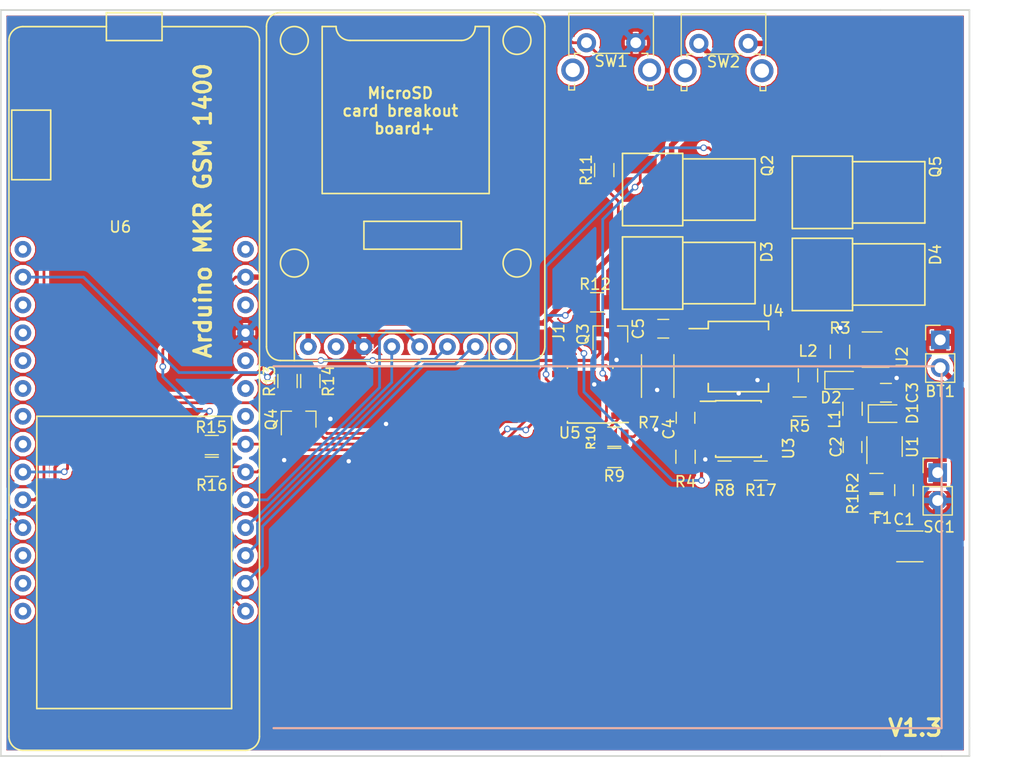
<source format=kicad_pcb>
(kicad_pcb (version 4) (host pcbnew 4.0.7)
  (layers (0 F.Cu signal) (31 B.Cu signal) (34 B.Paste user) (35 F.Paste user) (36 B.SilkS user) (37 F.SilkS user) (38 B.Mask user) (39 F.Mask user) (44 Edge.Cuts user))
  (net 0 "")
  (net 1 "Net-(BT1-Pad1)")
  (net 2 "Net-(BT1-Pad2)")
  (net 3 "Net-(C1-Pad1)")
  (net 4 "Net-(C2-Pad1)")
  (net 5 "Net-(C2-Pad2)")
  (net 6 "Net-(C3-Pad1)")
  (net 7 +BATT)
  (net 8 "Net-(C5-Pad1)")
  (net 9 GND)
  (net 10 "Net-(D2-Pad1)")
  (net 11 "Net-(J1-Pad1)")
  (net 12 /mcu,rtc&sensor/CS)
  (net 13 /mcu,rtc&sensor/DI)
  (net 14 /mcu,rtc&sensor/DO)
  (net 15 /mcu,rtc&sensor/CLK)
  (net 16 "Net-(J1-Pad7)")
  (net 17 +5V)
  (net 18 /Solar,Buck&Charger/FB)
  (net 19 "Net-(R3-Pad1)")
  (net 20 "Net-(R5-Pad1)")
  (net 21 /mcu,rtc&sensor/RTC_INT)
  (net 22 "Net-(R10-Pad2)")
  (net 23 /mcu,rtc&sensor/MAINTENANCE)
  (net 24 /mcu,rtc&sensor/ALIM)
  (net 25 /mcu,rtc&sensor/SCL)
  (net 26 /mcu,rtc&sensor/SDA)
  (net 27 "Net-(U2-Pad1)")
  (net 28 /mcu,rtc&sensor/RST_RTC)
  (net 29 "Net-(U6-Pad1)")
  (net 30 "Net-(U6-Pad3)")
  (net 31 "Net-(U6-Pad4)")
  (net 32 "Net-(U6-Pad5)")
  (net 33 "Net-(U6-Pad6)")
  (net 34 "Net-(U6-Pad7)")
  (net 35 "Net-(U6-Pad8)")
  (net 36 /mcu,rtc&sensor/SELF_ALIM)
  (net 37 "Net-(U6-Pad12)")
  (net 38 "Net-(U6-Pad13)")
  (net 39 "Net-(U6-Pad14)")
  (net 40 /mcu,rtc&sensor/ALIM_CHECK)
  (net 41 "Net-(U6-Pad22)")
  (net 42 "Net-(U6-Pad23)")
  (net 43 "Net-(U6-Pad24)")
  (net 44 "Net-(U6-Pad26)")
  (net 45 "Net-(U6-Pad28)")
  (net 46 "Net-(C4-Pad1)")
  (net 47 "Net-(C4-Pad2)")
  (net 48 "Net-(D3-Pad2)")
  (net 49 VDC)
  (net 50 /Boost/DR)
  (net 51 +VDC)
  (net 52 "Net-(Q3-Pad3)")
  (net 53 "Net-(Q4-Pad3)")
  (net 54 /Boost/FB)
  (module hardware:DPAK-3 (layer F.Cu) (at 168.29024 88.32088 180)
    (fp_text reference D3 (at -4.3688 1.9304 270) (layer F.SilkS))
    (fp_text value D_Shockley)
    (pad 2 smd rect (at 0 0 180) (size 6.2 5.3) (layers F.Cu F.Paste F.Mask) (net 48 "Net-(D3-Pad2)"))
    (pad 1 smd rect (at 7.18 2.28 180) (size 3 1.6) (layers F.Cu F.Paste F.Mask) (net 17 +5V))
    (pad 3 smd rect (at 7.18 -2.28 180) (size 3 1.6) (layers F.Cu F.Paste F.Mask))
  )
  (module hardware:DPAK-3 (layer F.Cu) (at 183.78424 88.44788 180)
    (fp_text reference D4 (at -4.2672 1.8034 270) (layer F.SilkS))
    (fp_text value D_Shockley)
    (pad 2 smd rect (at 0 0 180) (size 6.2 5.3) (layers F.Cu F.Paste F.Mask) (net 1 "Net-(BT1-Pad1)"))
    (pad 1 smd rect (at 7.18 2.28 180) (size 3 1.6) (layers F.Cu F.Paste F.Mask) (net 7 +BATT))
    (pad 3 smd rect (at 7.18 -2.28 180) (size 3 1.6) (layers F.Cu F.Paste F.Mask))
  )
  (module Inductors_SMD:L_0805 (layer F.Cu) (at 180.48224 100.70588 90)
    (fp_text reference L1 (at -0.95 -1.651 90) (layer F.SilkS))
    (fp_text value 6.8u)
    (pad 1 smd rect (at -0.95 0 90) (size 0.7 1.3) (layers F.Cu F.Paste F.Mask) (net 5 "Net-(C2-Pad2)"))
    (pad 2 smd rect (at 0.95 0 90) (size 0.7 1.3) (layers F.Cu F.Paste F.Mask) (net 6 "Net-(C3-Pad1)"))
  )
  (module Pin_Headers:Pin_Header_Straight_1x02_Pitch2.54mm (layer F.Cu) (at 188.48324 94.41688)
    (fp_text reference BT1 (at 0 4.699) (layer F.SilkS))
    (fp_text value Battery)
    (pad 1 thru_hole rect (at 0 0) (size 1.7 1.7) (drill 1) (layers *.Cu *.Mask) (net 1 "Net-(BT1-Pad1)"))
    (pad 2 thru_hole oval (at 0 2.54) (size 1.7 1.7) (drill 1) (layers *.Cu *.Mask) (net 2 "Net-(BT1-Pad2)"))
  )
  (module Pin_Headers:Pin_Header_Straight_1x02_Pitch2.54mm (layer F.Cu) (at 188.25464 106.53268)
    (fp_text reference SC1 (at 0.127 4.953 180) (layer F.SilkS))
    (fp_text value Solar_Cell)
    (pad 1 thru_hole rect (at 0 0) (size 1.7 1.7) (drill 1) (layers *.Cu *.Mask) (net 3 "Net-(C1-Pad1)"))
    (pad 2 thru_hole oval (at 0 2.54) (size 1.7 1.7) (drill 1) (layers *.Cu *.Mask) (net 9 GND))
  )
  (module hardware:Arduino_MKR_GSM_1400 (layer F.Cu) (at 114.930601 83.612401)
    (fp_text reference U6 (at -1.27 0.5) (layer F.SilkS))
    (fp_text value Arduino_mkr_1000)
    (pad 1 thru_hole circle (at -10.16 2.54) (size 1.524 1.524) (drill 0.762) (layers *.Cu *.Mask) (net 29 "Net-(U6-Pad1)"))
    (pad 2 thru_hole circle (at -10.16 5.08) (size 1.524 1.524) (drill 0.762) (layers *.Cu *.Mask) (net 24 /mcu,rtc&sensor/ALIM))
    (pad 3 thru_hole circle (at -10.16 7.62) (size 1.524 1.524) (drill 0.762) (layers *.Cu *.Mask) (net 30 "Net-(U6-Pad3)"))
    (pad 4 thru_hole circle (at -10.16 10.16) (size 1.524 1.524) (drill 0.762) (layers *.Cu *.Mask) (net 31 "Net-(U6-Pad4)"))
    (pad 5 thru_hole circle (at -10.16 12.7) (size 1.524 1.524) (drill 0.762) (layers *.Cu *.Mask) (net 32 "Net-(U6-Pad5)"))
    (pad 6 thru_hole circle (at -10.16 15.24) (size 1.524 1.524) (drill 0.762) (layers *.Cu *.Mask) (net 33 "Net-(U6-Pad6)"))
    (pad 7 thru_hole circle (at -10.16 17.78) (size 1.524 1.524) (drill 0.762) (layers *.Cu *.Mask) (net 34 "Net-(U6-Pad7)"))
    (pad 8 thru_hole circle (at -10.16 20.32) (size 1.524 1.524) (drill 0.762) (layers *.Cu *.Mask) (net 35 "Net-(U6-Pad8)"))
    (pad 9 thru_hole circle (at -10.16 22.86) (size 1.524 1.524) (drill 0.762) (layers *.Cu *.Mask) (net 28 /mcu,rtc&sensor/RST_RTC))
    (pad 10 thru_hole circle (at -10.16 25.4) (size 1.524 1.524) (drill 0.762) (layers *.Cu *.Mask) (net 36 /mcu,rtc&sensor/SELF_ALIM))
    (pad 11 thru_hole circle (at -10.16 27.94) (size 1.524 1.524) (drill 0.762) (layers *.Cu *.Mask) (net 23 /mcu,rtc&sensor/MAINTENANCE))
    (pad 12 thru_hole circle (at -10.16 30.48) (size 1.524 1.524) (drill 0.762) (layers *.Cu *.Mask) (net 37 "Net-(U6-Pad12)"))
    (pad 13 thru_hole circle (at -10.16 33.02) (size 1.524 1.524) (drill 0.762) (layers *.Cu *.Mask) (net 38 "Net-(U6-Pad13)"))
    (pad 14 thru_hole circle (at -10.16 35.56) (size 1.524 1.524) (drill 0.762) (layers *.Cu *.Mask) (net 39 "Net-(U6-Pad14)"))
    (pad 15 thru_hole circle (at 10.16 35.56) (size 1.524 1.524) (drill 0.762) (layers *.Cu *.Mask) (net 40 /mcu,rtc&sensor/ALIM_CHECK))
    (pad 16 thru_hole circle (at 10.16 33.02) (size 1.524 1.524) (drill 0.762) (layers *.Cu *.Mask) (net 12 /mcu,rtc&sensor/CS))
    (pad 17 thru_hole circle (at 10.16 30.48) (size 1.524 1.524) (drill 0.762) (layers *.Cu *.Mask) (net 13 /mcu,rtc&sensor/DI))
    (pad 18 thru_hole circle (at 10.16 27.94) (size 1.524 1.524) (drill 0.762) (layers *.Cu *.Mask) (net 15 /mcu,rtc&sensor/CLK))
    (pad 19 thru_hole circle (at 10.16 25.4) (size 1.524 1.524) (drill 0.762) (layers *.Cu *.Mask) (net 14 /mcu,rtc&sensor/DO))
    (pad 20 thru_hole circle (at 10.16 22.86) (size 1.524 1.524) (drill 0.762) (layers *.Cu *.Mask) (net 26 /mcu,rtc&sensor/SDA))
    (pad 21 thru_hole circle (at 10.16 20.32) (size 1.524 1.524) (drill 0.762) (layers *.Cu *.Mask) (net 25 /mcu,rtc&sensor/SCL))
    (pad 22 thru_hole circle (at 10.16 17.78) (size 1.524 1.524) (drill 0.762) (layers *.Cu *.Mask) (net 41 "Net-(U6-Pad22)"))
    (pad 23 thru_hole circle (at 10.16 15.24) (size 1.524 1.524) (drill 0.762) (layers *.Cu *.Mask) (net 42 "Net-(U6-Pad23)"))
    (pad 24 thru_hole circle (at 10.16 12.7) (size 1.524 1.524) (drill 0.762) (layers *.Cu *.Mask) (net 43 "Net-(U6-Pad24)"))
    (pad 25 thru_hole circle (at 10.16 10.16) (size 1.524 1.524) (drill 0.762) (layers *.Cu *.Mask) (net 9 GND))
    (pad 26 thru_hole circle (at 10.16 7.62) (size 1.524 1.524) (drill 0.762) (layers *.Cu *.Mask) (net 44 "Net-(U6-Pad26)"))
    (pad 27 thru_hole circle (at 10.16 5.08) (size 1.524 1.524) (drill 0.762) (layers *.Cu *.Mask) (net 17 +5V))
    (pad 28 thru_hole circle (at 10.16 2.54) (size 1.524 1.524) (drill 0.762) (layers *.Cu *.Mask) (net 45 "Net-(U6-Pad28)"))
  )
  (module hardware:MicroSD_card_breakout_board (layer F.Cu) (at 139.70324 96.30188 270)
    (fp_text reference J1 (at -2.54 -13.97 270) (layer F.SilkS))
    (fp_text value Conn_01x08)
    (pad 1 thru_hole circle (at -1.27 -8.89 270) (size 1.524 1.524) (drill 0.762) (layers *.Cu *.Mask) (net 11 "Net-(J1-Pad1)"))
    (pad 2 thru_hole circle (at -1.27 -6.35 270) (size 1.524 1.524) (drill 0.762) (layers *.Cu *.Mask) (net 12 /mcu,rtc&sensor/CS))
    (pad 3 thru_hole circle (at -1.27 -3.81 270) (size 1.524 1.524) (drill 0.762) (layers *.Cu *.Mask) (net 13 /mcu,rtc&sensor/DI))
    (pad 4 thru_hole circle (at -1.27 -1.27 270) (size 1.524 1.524) (drill 0.762) (layers *.Cu *.Mask) (net 14 /mcu,rtc&sensor/DO))
    (pad 5 thru_hole circle (at -1.27 1.27 270) (size 1.524 1.524) (drill 0.762) (layers *.Cu *.Mask) (net 15 /mcu,rtc&sensor/CLK))
    (pad 6 thru_hole circle (at -1.27 3.81 270) (size 1.524 1.524) (drill 0.762) (layers *.Cu *.Mask) (net 9 GND))
    (pad 7 thru_hole circle (at -1.27 6.35 270) (size 1.524 1.524) (drill 0.762) (layers *.Cu *.Mask) (net 16 "Net-(J1-Pad7)"))
    (pad 8 thru_hole circle (at -1.27 8.89 270) (size 1.524 1.524) (drill 0.762) (layers *.Cu *.Mask) (net 17 +5V))
  )
  (module Buttons_Switches_THT:SW_Tactile_SPST_Angled_PTS645Vx39-2LFS (layer F.Cu) (at 156.20324 67.30188)
    (fp_text reference SW1 (at 2.25 1.68) (layer F.SilkS))
    (fp_text value SW_Push)
    (pad "" thru_hole circle (at 5.76 2.49) (size 2.1 2.1) (drill 1.3) (layers *.Cu *.Mask))
    (pad 2 thru_hole circle (at 4.5 0) (size 1.75 1.75) (drill 0.99) (layers *.Cu *.Mask) (net 9 GND))
    (pad 1 thru_hole circle (at 0 0) (size 1.75 1.75) (drill 0.99) (layers *.Cu *.Mask) (net 23 /mcu,rtc&sensor/MAINTENANCE))
    (pad "" thru_hole circle (at -1.25 2.49) (size 2.1 2.1) (drill 1.3) (layers *.Cu *.Mask))
  )
  (module Capacitors_SMD:C_0805 (layer F.Cu) (at 185.18124 108.13288 270)
    (fp_text reference C1 (at 2.667 0 360) (layer F.SilkS))
    (fp_text value 10u)
    (pad 1 smd rect (at -1 0 270) (size 1 1.25) (layers F.Cu F.Paste F.Mask) (net 3 "Net-(C1-Pad1)"))
    (pad 2 smd rect (at 1 0 270) (size 1 1.25) (layers F.Cu F.Paste F.Mask) (net 9 GND))
  )
  (module Capacitors_SMD:C_0805 (layer F.Cu) (at 180.48224 104.19588 90)
    (fp_text reference C2 (at 0 -1.5 90) (layer F.SilkS))
    (fp_text value 10n)
    (pad 1 smd rect (at -1 0 90) (size 1 1.25) (layers F.Cu F.Paste F.Mask) (net 4 "Net-(C2-Pad1)"))
    (pad 2 smd rect (at 1 0 90) (size 1 1.25) (layers F.Cu F.Paste F.Mask) (net 5 "Net-(C2-Pad2)"))
  )
  (module Capacitors_SMD:C_0805 (layer F.Cu) (at 183.53024 99.24288)
    (fp_text reference C3 (at 2.413 0 90) (layer F.SilkS))
    (fp_text value 2.2u)
    (pad 1 smd rect (at -1 0) (size 1 1.25) (layers F.Cu F.Paste F.Mask) (net 6 "Net-(C3-Pad1)"))
    (pad 2 smd rect (at 1 0) (size 1 1.25) (layers F.Cu F.Paste F.Mask) (net 9 GND))
  )
  (module Diodes_SMD:D_0805 (layer F.Cu) (at 183.53024 101.14788)
    (fp_text reference D1 (at 2.413 0 90) (layer F.SilkS))
    (fp_text value D)
    (pad 1 smd rect (at -1.05 0) (size 0.8 0.9) (layers F.Cu F.Paste F.Mask) (net 5 "Net-(C2-Pad2)"))
    (pad 2 smd rect (at 1.05 0) (size 0.8 0.9) (layers F.Cu F.Paste F.Mask) (net 9 GND))
  )
  (module Diodes_SMD:D_0805 (layer F.Cu) (at 179.55924 98.09988)
    (fp_text reference D2 (at -1.0455 1.5875 180) (layer F.SilkS))
    (fp_text value D)
    (pad 1 smd rect (at -1.05 0) (size 0.8 0.9) (layers F.Cu F.Paste F.Mask) (net 10 "Net-(D2-Pad1)"))
    (pad 2 smd rect (at 1.05 0) (size 0.8 0.9) (layers F.Cu F.Paste F.Mask) (net 6 "Net-(C3-Pad1)"))
  )
  (module Resistors_SMD:R_0805 (layer F.Cu) (at 182.66664 109.39018)
    (fp_text reference R1 (at -2.159 0 90) (layer F.SilkS))
    (fp_text value Rtop)
    (pad 1 smd rect (at -0.95 0) (size 0.7 1.3) (layers F.Cu F.Paste F.Mask) (net 10 "Net-(D2-Pad1)"))
    (pad 2 smd rect (at 0.95 0) (size 0.7 1.3) (layers F.Cu F.Paste F.Mask) (net 18 /Solar,Buck&Charger/FB))
  )
  (module Resistors_SMD:R_0805 (layer F.Cu) (at 182.66664 107.48518 180)
    (fp_text reference R2 (at 2.159 0 270) (layer F.SilkS))
    (fp_text value Rbut)
    (pad 1 smd rect (at -0.95 0 180) (size 0.7 1.3) (layers F.Cu F.Paste F.Mask) (net 18 /Solar,Buck&Charger/FB))
    (pad 2 smd rect (at 0.95 0 180) (size 0.7 1.3) (layers F.Cu F.Paste F.Mask) (net 9 GND))
  )
  (module Resistors_SMD:R_0805 (layer F.Cu) (at 179.33924 95.49888 90)
    (fp_text reference R3 (at 2.159 0 180) (layer F.SilkS))
    (fp_text value Risen)
    (pad 1 smd rect (at -0.95 0 90) (size 0.7 1.3) (layers F.Cu F.Paste F.Mask) (net 19 "Net-(R3-Pad1)"))
    (pad 2 smd rect (at 0.95 0 90) (size 0.7 1.3) (layers F.Cu F.Paste F.Mask) (net 9 GND))
  )
  (module Resistors_SMD:R_0805 (layer F.Cu) (at 158.73984 105.18648 180)
    (fp_text reference R9 (at 0 -1.65 180) (layer F.SilkS))
    (fp_text value 10K)
    (pad 1 smd rect (at -0.95 0 180) (size 0.7 1.3) (layers F.Cu F.Paste F.Mask) (net 17 +5V))
    (pad 2 smd rect (at 0.95 0 180) (size 0.7 1.3) (layers F.Cu F.Paste F.Mask) (net 21 /mcu,rtc&sensor/RTC_INT))
  )
  (module Resistors_SMD:R_0805 (layer F.Cu) (at 158.73984 103.25608 180)
    (fp_text reference R10 (at 2.1336 -0.1016 270) (layer F.SilkS) (effects (font (size 0.75 0.75))))
    (fp_text value 10K)
    (pad 1 smd rect (at -0.95 0 180) (size 0.7 1.3) (layers F.Cu F.Paste F.Mask) (net 17 +5V))
    (pad 2 smd rect (at 0.95 0 180) (size 0.7 1.3) (layers F.Cu F.Paste F.Mask) (net 22 "Net-(R10-Pad2)"))
  )
  (module Resistors_SMD:R_0805 (layer F.Cu) (at 157.82544 78.92288 90)
    (fp_text reference R11 (at 0 -1.65 90) (layer F.SilkS))
    (fp_text value 10K)
    (pad 1 smd rect (at -0.95 0 90) (size 0.7 1.3) (layers F.Cu F.Paste F.Mask) (net 17 +5V))
    (pad 2 smd rect (at 0.95 0 90) (size 0.7 1.3) (layers F.Cu F.Paste F.Mask) (net 23 /mcu,rtc&sensor/MAINTENANCE))
  )
  (module Resistors_SMD:R_0805 (layer F.Cu) (at 157.17774 90.98788)
    (fp_text reference R12 (at -0.1905 -1.651 180) (layer F.SilkS))
    (fp_text value 470K)
    (pad 1 smd rect (at -0.95 0) (size 0.7 1.3) (layers F.Cu F.Paste F.Mask) (net 7 +BATT))
    (pad 2 smd rect (at 0.95 0) (size 0.7 1.3) (layers F.Cu F.Paste F.Mask) (net 52 "Net-(Q3-Pad3)"))
  )
  (module Resistors_SMD:R_0805 (layer F.Cu) (at 128.92024 98.17608 90)
    (fp_text reference R13 (at 0 -1.65 90) (layer F.SilkS))
    (fp_text value 300K)
    (pad 1 smd rect (at -0.95 0 90) (size 0.7 1.3) (layers F.Cu F.Paste F.Mask) (net 53 "Net-(Q4-Pad3)"))
    (pad 2 smd rect (at 0.95 0 90) (size 0.7 1.3) (layers F.Cu F.Paste F.Mask) (net 24 /mcu,rtc&sensor/ALIM))
  )
  (module Resistors_SMD:R_0805 (layer F.Cu) (at 131.00304 98.17608 270)
    (fp_text reference R14 (at 0 -1.65 270) (layer F.SilkS))
    (fp_text value 100K)
    (pad 1 smd rect (at -0.95 0 270) (size 0.7 1.3) (layers F.Cu F.Paste F.Mask) (net 24 /mcu,rtc&sensor/ALIM))
    (pad 2 smd rect (at 0.95 0 270) (size 0.7 1.3) (layers F.Cu F.Paste F.Mask) (net 9 GND))
  )
  (module Resistors_SMD:R_0805 (layer F.Cu) (at 122.01144 104.01808 180)
    (fp_text reference R15 (at 0.0508 1.6256 360) (layer F.SilkS))
    (fp_text value 4K7)
    (pad 1 smd rect (at -0.95 0 180) (size 0.7 1.3) (layers F.Cu F.Paste F.Mask) (net 25 /mcu,rtc&sensor/SCL))
    (pad 2 smd rect (at 0.95 0 180) (size 0.7 1.3) (layers F.Cu F.Paste F.Mask) (net 17 +5V))
  )
  (module Resistors_SMD:R_0805 (layer F.Cu) (at 122.01144 105.99928 180)
    (fp_text reference R16 (at 0 -1.6764 360) (layer F.SilkS))
    (fp_text value 4K7)
    (pad 1 smd rect (at -0.95 0 180) (size 0.7 1.3) (layers F.Cu F.Paste F.Mask) (net 26 /mcu,rtc&sensor/SDA))
    (pad 2 smd rect (at 0.95 0 180) (size 0.7 1.3) (layers F.Cu F.Paste F.Mask) (net 17 +5V))
  )
  (module TO_SOT_Packages_SMD:SOT-23-6 (layer F.Cu) (at 183.40324 104.15288 90)
    (fp_text reference U1 (at -0.043 2.54 90) (layer F.SilkS))
    (fp_text value AP3211)
    (pad 1 smd rect (at -1.1 -0.95 90) (size 1.06 0.65) (layers F.Cu F.Paste F.Mask) (net 4 "Net-(C2-Pad1)"))
    (pad 2 smd rect (at -1.1 0 90) (size 1.06 0.65) (layers F.Cu F.Paste F.Mask) (net 9 GND))
    (pad 3 smd rect (at -1.1 0.95 90) (size 1.06 0.65) (layers F.Cu F.Paste F.Mask) (net 18 /Solar,Buck&Charger/FB))
    (pad 4 smd rect (at 1.1 0.95 90) (size 1.06 0.65) (layers F.Cu F.Paste F.Mask) (net 3 "Net-(C1-Pad1)"))
    (pad 6 smd rect (at 1.1 -0.95 90) (size 1.06 0.65) (layers F.Cu F.Paste F.Mask) (net 5 "Net-(C2-Pad2)"))
    (pad 5 smd rect (at 1.1 0 90) (size 1.06 0.65) (layers F.Cu F.Paste F.Mask) (net 3 "Net-(C1-Pad1)"))
  )
  (module TO_SOT_Packages_SMD:SOT-23-5 (layer F.Cu) (at 182.26024 95.30588 180)
    (fp_text reference U2 (at -2.7432 -0.6858 270) (layer F.SilkS))
    (fp_text value XC6802)
    (pad 1 smd rect (at -1.1 -0.95 180) (size 1.06 0.65) (layers F.Cu F.Paste F.Mask) (net 27 "Net-(U2-Pad1)"))
    (pad 2 smd rect (at -1.1 0 180) (size 1.06 0.65) (layers F.Cu F.Paste F.Mask) (net 9 GND))
    (pad 3 smd rect (at -1.1 0.95 180) (size 1.06 0.65) (layers F.Cu F.Paste F.Mask) (net 1 "Net-(BT1-Pad1)"))
    (pad 4 smd rect (at 1.1 0.95 180) (size 1.06 0.65) (layers F.Cu F.Paste F.Mask) (net 10 "Net-(D2-Pad1)"))
    (pad 5 smd rect (at 1.1 -0.95 180) (size 1.06 0.65) (layers F.Cu F.Paste F.Mask) (net 19 "Net-(R3-Pad1)"))
  )
  (module Housings_SOIC:SOIC-8_3.9x4.9mm_Pitch1.27mm (layer F.Cu) (at 156.54274 99.43338 180)
    (fp_text reference U5 (at 1.8669 -3.4671 360) (layer F.SilkS))
    (fp_text value DS3231M)
    (pad 1 smd rect (at -2.7 -1.905 180) (size 1.55 0.6) (layers F.Cu F.Paste F.Mask) (net 22 "Net-(R10-Pad2)"))
    (pad 2 smd rect (at -2.7 -0.635 180) (size 1.55 0.6) (layers F.Cu F.Paste F.Mask) (net 17 +5V))
    (pad 3 smd rect (at -2.7 0.635 180) (size 1.55 0.6) (layers F.Cu F.Paste F.Mask) (net 21 /mcu,rtc&sensor/RTC_INT))
    (pad 4 smd rect (at -2.7 1.905 180) (size 1.55 0.6) (layers F.Cu F.Paste F.Mask) (net 28 /mcu,rtc&sensor/RST_RTC))
    (pad 5 smd rect (at 2.7 1.905 180) (size 1.55 0.6) (layers F.Cu F.Paste F.Mask) (net 9 GND))
    (pad 6 smd rect (at 2.7 0.635 180) (size 1.55 0.6) (layers F.Cu F.Paste F.Mask) (net 7 +BATT))
    (pad 7 smd rect (at 2.7 -0.635 180) (size 1.55 0.6) (layers F.Cu F.Paste F.Mask) (net 26 /mcu,rtc&sensor/SDA))
    (pad 8 smd rect (at 2.7 -1.905 180) (size 1.55 0.6) (layers F.Cu F.Paste F.Mask) (net 25 /mcu,rtc&sensor/SCL))
  )
  (module Buttons_Switches_THT:SW_Tactile_SPST_Angled_PTS645Vx39-2LFS (layer F.Cu) (at 166.45724 67.36588)
    (fp_text reference SW2 (at 2.25 1.68) (layer F.SilkS))
    (fp_text value SW_Push)
    (pad "" thru_hole circle (at 5.76 2.49) (size 2.1 2.1) (drill 1.3) (layers *.Cu *.Mask))
    (pad 2 thru_hole circle (at 4.5 0) (size 1.75 1.75) (drill 0.99) (layers *.Cu *.Mask) (net 7 +BATT))
    (pad 1 thru_hole circle (at 0 0) (size 1.75 1.75) (drill 0.99) (layers *.Cu *.Mask) (net 51 +VDC))
    (pad "" thru_hole circle (at -1.25 2.49) (size 2.1 2.1) (drill 1.3) (layers *.Cu *.Mask))
  )
  (module hardware:DPAK-3 (layer F.Cu) (at 168.29024 80.70088 180)
    (fp_text reference Q2 (at -4.4196 2.1844 270) (layer F.SilkS))
    (fp_text value IRFR9210TRPBF)
    (pad 2 smd rect (at 0 0 180) (size 6.2 5.3) (layers F.Cu F.Paste F.Mask) (net 7 +BATT))
    (pad 1 smd rect (at 7.18 2.28 180) (size 3 1.6) (layers F.Cu F.Paste F.Mask) (net 21 /mcu,rtc&sensor/RTC_INT))
    (pad 3 smd rect (at 7.18 -2.28 180) (size 3 1.6) (layers F.Cu F.Paste F.Mask) (net 51 +VDC))
  )
  (module TO_SOT_Packages_SMD:SOT-23 (layer F.Cu) (at 158.38424 93.90888 90)
    (fp_text reference Q3 (at 0 -2.5 90) (layer F.SilkS))
    (fp_text value 2N7002P,215)
    (pad 1 smd rect (at -1 -0.95 90) (size 0.9 0.8) (layers F.Cu F.Paste F.Mask) (net 36 /mcu,rtc&sensor/SELF_ALIM))
    (pad 2 smd rect (at -1 0.95 90) (size 0.9 0.8) (layers F.Cu F.Paste F.Mask) (net 9 GND))
    (pad 3 smd rect (at 1 0 90) (size 0.9 0.8) (layers F.Cu F.Paste F.Mask) (net 52 "Net-(Q3-Pad3)"))
  )
  (module TO_SOT_Packages_SMD:SOT-23 (layer F.Cu) (at 129.93624 101.68128 90)
    (fp_text reference Q4 (at 0 -2.5 90) (layer F.SilkS))
    (fp_text value BSS84-7-F)
    (pad 1 smd rect (at -1 -0.95 90) (size 0.9 0.8) (layers F.Cu F.Paste F.Mask) (net 40 /mcu,rtc&sensor/ALIM_CHECK))
    (pad 2 smd rect (at -1 0.95 90) (size 0.9 0.8) (layers F.Cu F.Paste F.Mask) (net 7 +BATT))
    (pad 3 smd rect (at 1 0 90) (size 0.9 0.8) (layers F.Cu F.Paste F.Mask) (net 53 "Net-(Q4-Pad3)"))
  )
  (module hardware:DPAK-3 (layer F.Cu) (at 183.78424 80.95488 180)
    (fp_text reference Q5 (at -4.2672 2.3368 270) (layer F.SilkS))
    (fp_text value IRFR9210TRPBF)
    (pad 2 smd rect (at 0 0 180) (size 6.2 5.3) (layers F.Cu F.Paste F.Mask) (net 7 +BATT))
    (pad 1 smd rect (at 7.18 2.28 180) (size 3 1.6) (layers F.Cu F.Paste F.Mask) (net 52 "Net-(Q3-Pad3)"))
    (pad 3 smd rect (at 7.18 -2.28 180) (size 3 1.6) (layers F.Cu F.Paste F.Mask) (net 51 +VDC))
  )
  (module Resistors_SMD:R_0805 (layer F.Cu) (at 172.10024 106.35488)
    (fp_text reference R17 (at 0 1.778) (layer F.SilkS))
    (fp_text value R)
    (pad 1 smd rect (at -0.95 0) (size 0.7 1.3) (layers F.Cu F.Paste F.Mask) (net 54 /Boost/FB))
    (pad 2 smd rect (at 0.95 0) (size 0.7 1.3) (layers F.Cu F.Paste F.Mask) (net 9 GND))
  )
  (module Capacitors_SMD:C_0805 (layer F.Cu) (at 165.24224 101.52888 270)
    (fp_text reference C4 (at 1.016 1.524 450) (layer F.SilkS))
    (fp_text value C)
    (pad 1 smd rect (at -1 0 270) (size 1 1.25) (layers F.Cu F.Paste F.Mask) (net 46 "Net-(C4-Pad1)"))
    (pad 2 smd rect (at 1 0 270) (size 1 1.25) (layers F.Cu F.Paste F.Mask) (net 47 "Net-(C4-Pad2)"))
  )
  (module Capacitors_SMD:C_0805 (layer F.Cu) (at 163.21024 93.40088 180)
    (fp_text reference C5 (at 2.286 0 270) (layer F.SilkS))
    (fp_text value C)
    (pad 1 smd rect (at -1 0 180) (size 1 1.25) (layers F.Cu F.Paste F.Mask) (net 8 "Net-(C5-Pad1)"))
    (pad 2 smd rect (at 1 0 180) (size 1 1.25) (layers F.Cu F.Paste F.Mask) (net 9 GND))
  )
  (module Fuse_Holders_and_Fuses:Fuse_0679H (layer F.Cu) (at 185.71464 113.26368 180)
    (fp_text reference F1 (at 2.5057 2.5908 180) (layer F.SilkS))
    (fp_text value Fuse)
    (pad 2 smd rect (at 2.46 0 180) (size 1.96 3.15) (layers F.Cu F.Paste F.Mask) (net 9 GND))
    (pad 1 smd rect (at -2.46 0 180) (size 1.96 3.15) (layers F.Cu F.Paste F.Mask) (net 2 "Net-(BT1-Pad2)"))
  )
  (module Inductors_SMD:L_0805 (layer F.Cu) (at 176.41824 97.65288 90)
    (fp_text reference L2 (at 2.22 0 180) (layer F.SilkS))
    (fp_text value L)
    (pad 1 smd rect (at -0.95 0 90) (size 0.7 1.3) (layers F.Cu F.Paste F.Mask) (net 49 VDC))
    (pad 2 smd rect (at 0.95 0 90) (size 0.7 1.3) (layers F.Cu F.Paste F.Mask) (net 48 "Net-(D3-Pad2)"))
  )
  (module Resistors_SMD:R_0805 (layer F.Cu) (at 165.24224 105.08488 270)
    (fp_text reference R4 (at 2.286 0 360) (layer F.SilkS))
    (fp_text value R)
    (pad 1 smd rect (at -0.95 0 270) (size 0.7 1.3) (layers F.Cu F.Paste F.Mask) (net 47 "Net-(C4-Pad2)"))
    (pad 2 smd rect (at 0.95 0 270) (size 0.7 1.3) (layers F.Cu F.Paste F.Mask) (net 9 GND))
  )
  (module Resistors_SMD:R_0805 (layer F.Cu) (at 175.65624 100.51288)
    (fp_text reference R5 (at 0 1.778 180) (layer F.SilkS))
    (fp_text value R)
    (pad 1 smd rect (at -0.95 0) (size 0.7 1.3) (layers F.Cu F.Paste F.Mask) (net 20 "Net-(R5-Pad1)"))
    (pad 2 smd rect (at 0.95 0) (size 0.7 1.3) (layers F.Cu F.Paste F.Mask) (net 9 GND))
  )
  (module Resistors_SMD:R_2010 (layer F.Cu) (at 162.70224 97.71888 270)
    (fp_text reference R7 (at 4.2545 0.8255 540) (layer F.SilkS))
    (fp_text value R)
    (pad 1 smd rect (at -2.45 0 270) (size 1 2.5) (layers F.Cu F.Paste F.Mask) (net 8 "Net-(C5-Pad1)"))
    (pad 2 smd rect (at 2.45 0 270) (size 1 2.5) (layers F.Cu F.Paste F.Mask) (net 9 GND))
  )
  (module Resistors_SMD:R_0805 (layer F.Cu) (at 168.79824 106.35488)
    (fp_text reference R8 (at 0 1.778 180) (layer F.SilkS))
    (fp_text value R)
    (pad 1 smd rect (at -0.95 0) (size 0.7 1.3) (layers F.Cu F.Paste F.Mask) (net 17 +5V))
    (pad 2 smd rect (at 0.95 0) (size 0.7 1.3) (layers F.Cu F.Paste F.Mask) (net 54 /Boost/FB))
  )
  (module Housings_SOIC:SOIC-8_3.9x4.9mm_Pitch1.27mm (layer F.Cu) (at 170.06824 102.54488)
    (fp_text reference U3 (at 4.572 1.778 90) (layer F.SilkS))
    (fp_text value LM3478)
    (pad 1 smd rect (at -2.7 -1.905) (size 1.55 0.6) (layers F.Cu F.Paste F.Mask) (net 8 "Net-(C5-Pad1)"))
    (pad 2 smd rect (at -2.7 -0.635) (size 1.55 0.6) (layers F.Cu F.Paste F.Mask) (net 46 "Net-(C4-Pad1)"))
    (pad 3 smd rect (at -2.7 0.635) (size 1.55 0.6) (layers F.Cu F.Paste F.Mask) (net 54 /Boost/FB))
    (pad 4 smd rect (at -2.7 1.905) (size 1.55 0.6) (layers F.Cu F.Paste F.Mask) (net 9 GND))
    (pad 5 smd rect (at 2.7 1.905) (size 1.55 0.6) (layers F.Cu F.Paste F.Mask) (net 9 GND))
    (pad 6 smd rect (at 2.7 0.635) (size 1.55 0.6) (layers F.Cu F.Paste F.Mask) (net 50 /Boost/DR))
    (pad 7 smd rect (at 2.7 -0.635) (size 1.55 0.6) (layers F.Cu F.Paste F.Mask) (net 20 "Net-(R5-Pad1)"))
    (pad 8 smd rect (at 2.7 -1.905) (size 1.55 0.6) (layers F.Cu F.Paste F.Mask) (net 49 VDC))
  )
  (module Housings_SOIC:SO-8_5.3x6.2mm_Pitch1.27mm (layer F.Cu) (at 170.06824 95.94088)
    (fp_text reference U4 (at 3.1496 -4.1656) (layer F.SilkS))
    (fp_text value IRF7807/IRF7807A)
    (pad 1 smd rect (at -3.7 -1.905) (size 1.75 0.55) (layers F.Cu F.Paste F.Mask) (net 8 "Net-(C5-Pad1)"))
    (pad 2 smd rect (at -3.7 -0.635) (size 1.75 0.55) (layers F.Cu F.Paste F.Mask) (net 8 "Net-(C5-Pad1)"))
    (pad 3 smd rect (at -3.7 0.635) (size 1.75 0.55) (layers F.Cu F.Paste F.Mask) (net 8 "Net-(C5-Pad1)"))
    (pad 4 smd rect (at -3.7 1.905) (size 1.75 0.55) (layers F.Cu F.Paste F.Mask) (net 50 /Boost/DR))
    (pad 5 smd rect (at 3.7 1.905) (size 1.75 0.55) (layers F.Cu F.Paste F.Mask) (net 48 "Net-(D3-Pad2)"))
    (pad 6 smd rect (at 3.7 0.635) (size 1.75 0.55) (layers F.Cu F.Paste F.Mask) (net 48 "Net-(D3-Pad2)"))
    (pad 7 smd rect (at 3.7 -0.635) (size 1.75 0.55) (layers F.Cu F.Paste F.Mask) (net 48 "Net-(D3-Pad2)"))
    (pad 8 smd rect (at 3.7 -1.905) (size 1.75 0.55) (layers F.Cu F.Paste F.Mask) (net 48 "Net-(D3-Pad2)"))
  )
  (gr_text V1.3 (at 186.19724 129.82448) (layer F.SilkS) (effects (font (size 1.5 1.5) (thickness 0.3))))
  (gr_text "MicroSD \ncard breakout \nboard+" (at 139.58824 73.51268) (layer F.SilkS) (effects (font (size 1 1) (thickness 0.2))))
  (gr_text "Arduino MKR GSM 1400" (at 121.19864 82.63128 90) (layer F.SilkS) (effects (font (size 1.5 1.5) (thickness 0.3))))
  (gr_line (start 183.02224 132.38988) (end 102.75824 132.38988) (angle 90) (layer Edge.Cuts) (width 0.15))
  (gr_line (start 191.15024 132.38988) (end 191.15024 129.84988) (layer Edge.Cuts) (width 0.15))
  (gr_line (start 188.61024 132.38988) (end 191.15024 132.38988) (layer Edge.Cuts) (width 0.15))
  (gr_line (start 183.02224 132.38988) (end 188.61024 132.38988) (layer Edge.Cuts) (width 0.15))
  (gr_line (start 188.61024 96.82988) (end 188.61024 129.84988) (layer B.SilkS) (width 0.2))
  (gr_line (start 188.61024 129.84988) (end 127.65024 129.84988) (layer B.SilkS) (width 0.2))
  (gr_line (start 127.65024 96.82988) (end 188.61024 96.82988) (layer B.SilkS) (width 0.2))
  (gr_line (start 191.15024 64.31788) (end 183.02224 64.31788) (layer Edge.Cuts) (width 0.15))
  (gr_line (start 191.15024 129.84988) (end 191.15024 64.31788) (layer Edge.Cuts) (width 0.15))
  (gr_line (start 102.75824 132.38988) (end 102.75824 64.31788) (angle 90) (layer Edge.Cuts) (width 0.15))
  (gr_line (start 102.75824 64.31788) (end 183.02224 64.31788) (angle 90) (layer Edge.Cuts) (width 0.15))
  (segment (start 188.48324 96.95688) (end 190.45174 98.92538) (width 0.5) (layer F.Cu) (net 2))
  (segment (start 190.45174 98.92538) (end 190.45174 112.59058) (width 0.5) (layer F.Cu) (net 2))
  (segment (start 190.45174 112.59058) (end 189.77864 113.26368) (width 0.5) (layer F.Cu) (net 2))
  (segment (start 189.77864 113.26368) (end 188.17464 113.26368) (width 0.5) (layer F.Cu) (net 2))
  (segment (start 185.33364 106.98048) (end 185.18124 107.13288) (width 0.5) (layer F.Cu) (net 3))
  (segment (start 185.30624 107.13288) (end 185.18124 107.13288) (width 0.5) (layer F.Cu) (net 3))
  (segment (start 183.40324 103.05288) (end 184.35324 103.05288) (width 0.5) (layer F.Cu) (net 3))
  (segment (start 182.45324 105.25288) (end 180.53924 105.25288) (width 0.25) (layer F.Cu) (net 4))
  (segment (start 180.53924 105.25288) (end 180.48224 105.19588) (width 0.25) (layer F.Cu) (net 4))
  (segment (start 182.48024 101.14788) (end 182.48024 101.19788) (width 0.5) (layer F.Cu) (net 5))
  (segment (start 182.48024 103.02588) (end 182.45324 103.05288) (width 0.25) (layer F.Cu) (net 5))
  (segment (start 182.31024 103.19588) (end 182.45324 103.05288) (width 0.25) (layer F.Cu) (net 5))
  (segment (start 152.514289 91.47048) (end 152.514289 92.18168) (width 0.25) (layer B.Cu) (net 7))
  (segment (start 152.514289 92.18168) (end 153.845176 92.18168) (width 0.25) (layer B.Cu) (net 7))
  (segment (start 153.845176 92.18168) (end 154.26944 92.18168) (width 0.25) (layer B.Cu) (net 7))
  (segment (start 156.22774 90.98788) (end 155.46324 90.98788) (width 0.25) (layer F.Cu) (net 7))
  (segment (start 154.569439 91.881681) (end 154.26944 92.18168) (width 0.25) (layer F.Cu) (net 7))
  (segment (start 155.46324 90.98788) (end 154.569439 91.881681) (width 0.25) (layer F.Cu) (net 7))
  (via (at 154.26944 92.18168) (size 0.6) (drill 0.4) (layers F.Cu B.Cu) (net 7))
  (segment (start 152.514289 97.563929) (end 152.514289 91.47048) (width 0.25) (layer B.Cu) (net 7))
  (segment (start 152.514289 91.47048) (end 152.514289 87.713831) (width 0.25) (layer B.Cu) (net 7))
  (segment (start 163.33724 76.89088) (end 166.89324 76.89088) (width 0.25) (layer B.Cu) (net 7))
  (segment (start 152.514289 87.713831) (end 163.33724 76.89088) (width 0.25) (layer B.Cu) (net 7))
  (segment (start 152.89784 98.32848) (end 152.89784 98.83648) (width 0.25) (layer F.Cu) (net 7))
  (segment (start 149.84984 101.88448) (end 148.73224 101.88448) (width 0.25) (layer F.Cu) (net 7))
  (segment (start 152.89784 98.83648) (end 149.84984 101.88448) (width 0.25) (layer F.Cu) (net 7))
  (segment (start 132.256251 103.401291) (end 131.53624 102.68128) (width 0.25) (layer F.Cu) (net 7))
  (segment (start 148.73224 101.88448) (end 147.215429 103.401291) (width 0.25) (layer F.Cu) (net 7))
  (segment (start 131.53624 102.68128) (end 130.88624 102.68128) (width 0.25) (layer F.Cu) (net 7))
  (segment (start 147.215429 103.401291) (end 132.256251 103.401291) (width 0.25) (layer F.Cu) (net 7))
  (segment (start 176.60424 86.16788) (end 176.62364 86.18728) (width 0.5) (layer F.Cu) (net 7))
  (segment (start 176.62364 86.18728) (end 179.41544 86.18728) (width 0.5) (layer F.Cu) (net 7))
  (segment (start 179.41544 86.18728) (end 179.87264 85.73008) (width 0.5) (layer F.Cu) (net 7))
  (segment (start 179.87264 85.73008) (end 179.87264 82.17408) (width 0.5) (layer F.Cu) (net 7))
  (segment (start 179.87264 82.17408) (end 179.97424 82.07248) (width 0.5) (layer F.Cu) (net 7))
  (segment (start 176.46904 77.04328) (end 178.14544 77.04328) (width 0.5) (layer F.Cu) (net 7))
  (segment (start 178.14544 77.04328) (end 178.65344 77.55128) (width 0.5) (layer F.Cu) (net 7))
  (segment (start 178.65344 77.55128) (end 178.65344 80.70088) (width 0.5) (layer F.Cu) (net 7))
  (segment (start 178.65344 80.70088) (end 179.97424 82.02168) (width 0.5) (layer F.Cu) (net 7))
  (segment (start 179.97424 82.02168) (end 182.26744 82.02168) (width 0.5) (layer F.Cu) (net 7))
  (segment (start 182.26744 82.02168) (end 183.33424 80.95488) (width 0.5) (layer F.Cu) (net 7))
  (segment (start 176.51984 77.04328) (end 176.11344 77.04328) (width 0.5) (layer F.Cu) (net 7))
  (segment (start 176.11344 77.04328) (end 174.79264 77.04328) (width 0.5) (layer F.Cu) (net 7))
  (segment (start 176.46904 77.04328) (end 176.11344 77.04328) (width 0.25) (layer F.Cu) (net 7))
  (segment (start 174.79264 77.04328) (end 174.28464 77.55128) (width 0.5) (layer F.Cu) (net 7))
  (segment (start 174.28464 77.55128) (end 174.28464 82.93608) (width 0.5) (layer F.Cu) (net 7))
  (segment (start 174.28464 82.93608) (end 173.52264 83.69808) (width 0.5) (layer F.Cu) (net 7))
  (segment (start 173.52264 83.69808) (end 169.00144 83.69808) (width 0.5) (layer F.Cu) (net 7))
  (segment (start 169.00144 83.69808) (end 168.29024 82.98688) (width 0.5) (layer F.Cu) (net 7))
  (segment (start 168.29024 82.98688) (end 168.29024 80.70088) (width 0.5) (layer F.Cu) (net 7))
  (segment (start 170.95724 67.36588) (end 173.24324 67.36588) (width 0.5) (layer F.Cu) (net 7))
  (segment (start 173.24324 67.36588) (end 176.60424 70.72688) (width 0.5) (layer F.Cu) (net 7))
  (segment (start 176.60424 70.72688) (end 176.60424 76.95888) (width 0.5) (layer F.Cu) (net 7))
  (segment (start 176.60424 76.95888) (end 176.51984 77.04328) (width 0.5) (layer F.Cu) (net 7))
  (segment (start 152.89784 98.32848) (end 152.854576 98.32848) (width 0.25) (layer F.Cu) (net 7))
  (via (at 152.514289 97.563929) (size 0.6) (drill 0.4) (layers F.Cu B.Cu) (net 7))
  (segment (start 152.854576 98.32848) (end 152.514289 97.988193) (width 0.25) (layer F.Cu) (net 7))
  (segment (start 152.514289 97.988193) (end 152.514289 97.563929) (width 0.25) (layer F.Cu) (net 7))
  (segment (start 153.36774 98.79838) (end 152.89784 98.32848) (width 0.25) (layer F.Cu) (net 7))
  (segment (start 167.317504 76.89088) (end 166.89324 76.89088) (width 0.25) (layer F.Cu) (net 7))
  (segment (start 167.38024 76.89088) (end 167.317504 76.89088) (width 0.25) (layer F.Cu) (net 7))
  (segment (start 168.29024 77.80088) (end 167.38024 76.89088) (width 0.25) (layer F.Cu) (net 7))
  (segment (start 168.29024 80.70088) (end 168.29024 77.80088) (width 0.25) (layer F.Cu) (net 7))
  (via (at 166.89324 76.89088) (size 0.6) (drill 0.4) (layers F.Cu B.Cu) (net 7))
  (segment (start 153.84274 98.79838) (end 153.36774 98.79838) (width 0.25) (layer F.Cu) (net 7))
  (segment (start 183.33424 80.95488) (end 183.78424 80.95488) (width 0.5) (layer F.Cu) (net 7))
  (segment (start 167.36824 100.63988) (end 167.36824 100.08988) (width 0.25) (layer F.Cu) (net 8))
  (segment (start 167.36824 100.08988) (end 166.82604 99.54768) (width 0.25) (layer F.Cu) (net 8))
  (segment (start 166.82604 99.54768) (end 165.44544 99.54768) (width 0.25) (layer F.Cu) (net 8))
  (segment (start 165.44544 99.54768) (end 165.168239 99.270479) (width 0.25) (layer F.Cu) (net 8))
  (segment (start 165.168239 99.270479) (end 165.168239 97.175881) (width 0.25) (layer F.Cu) (net 8))
  (segment (start 165.168239 97.175881) (end 165.76824 96.57588) (width 0.25) (layer F.Cu) (net 8))
  (segment (start 165.76824 96.57588) (end 166.36824 96.57588) (width 0.25) (layer F.Cu) (net 8))
  (segment (start 170.09364 99.29368) (end 170.60164 99.29368) (width 0.25) (layer B.Cu) (net 9))
  (segment (start 170.60164 99.29368) (end 171.80814 98.08718) (width 0.25) (layer B.Cu) (net 9))
  (via (at 171.80814 98.08718) (size 0.6) (drill 0.4) (layers F.Cu B.Cu) (net 9))
  (segment (start 170.34764 103.05428) (end 170.34764 99.54768) (width 0.25) (layer F.Cu) (net 9))
  (segment (start 170.34764 99.54768) (end 170.09364 99.29368) (width 0.25) (layer F.Cu) (net 9))
  (via (at 170.09364 99.29368) (size 0.6) (drill 0.4) (layers F.Cu B.Cu) (net 9))
  (segment (start 172.76824 104.44988) (end 171.74324 104.44988) (width 0.25) (layer F.Cu) (net 9))
  (segment (start 171.74324 104.44988) (end 170.34764 103.05428) (width 0.25) (layer F.Cu) (net 9))
  (segment (start 167.36824 104.44988) (end 167.36824 105.00358) (width 0.25) (layer F.Cu) (net 9))
  (segment (start 167.345639 105.026181) (end 167.04564 105.32618) (width 0.25) (layer F.Cu) (net 9))
  (via (at 167.04564 105.32618) (size 0.6) (drill 0.4) (layers F.Cu B.Cu) (net 9))
  (segment (start 167.36824 105.00358) (end 167.345639 105.026181) (width 0.25) (layer F.Cu) (net 9))
  (segment (start 184.53024 99.24288) (end 184.53024 97.91878) (width 0.25) (layer F.Cu) (net 9))
  (segment (start 184.53024 97.91878) (end 184.50814 97.89668) (width 0.25) (layer F.Cu) (net 9))
  (via (at 184.50814 97.89668) (size 0.6) (drill 0.4) (layers F.Cu B.Cu) (net 9))
  (segment (start 184.53024 99.24288) (end 185.28024 99.24288) (width 0.25) (layer F.Cu) (net 9))
  (segment (start 185.28024 99.24288) (end 185.35644 99.16668) (width 0.25) (layer F.Cu) (net 9))
  (segment (start 179.33924 94.54888) (end 179.33924 93.35008) (width 0.25) (layer F.Cu) (net 9))
  (segment (start 179.33924 93.35008) (end 179.36464 93.32468) (width 0.25) (layer F.Cu) (net 9))
  (via (at 179.36464 93.32468) (size 0.6) (drill 0.4) (layers F.Cu B.Cu) (net 9))
  (segment (start 183.40324 105.85958) (end 182.92764 106.33518) (width 0.5) (layer F.Cu) (net 9))
  (segment (start 182.92764 106.33518) (end 182.56664 106.33518) (width 0.5) (layer F.Cu) (net 9))
  (segment (start 182.56664 106.33518) (end 181.71664 107.18518) (width 0.5) (layer F.Cu) (net 9))
  (segment (start 181.71664 107.18518) (end 181.71664 107.48518) (width 0.5) (layer F.Cu) (net 9))
  (segment (start 183.40324 105.25288) (end 183.40324 105.85958) (width 0.5) (layer F.Cu) (net 9))
  (segment (start 128.92024 105.49128) (end 128.81864 105.38968) (width 0.25) (layer F.Cu) (net 9))
  (segment (start 128.81864 105.38968) (end 128.61544 105.38968) (width 0.25) (layer F.Cu) (net 9))
  (via (at 128.61544 105.38968) (size 0.6) (drill 0.4) (layers F.Cu B.Cu) (net 9))
  (segment (start 134.50824 105.49128) (end 128.92024 105.49128) (width 0.25) (layer F.Cu) (net 9))
  (segment (start 137.91184 102.08768) (end 134.50824 105.49128) (width 0.25) (layer B.Cu) (net 9))
  (via (at 134.50824 105.49128) (size 0.6) (drill 0.4) (layers F.Cu B.Cu) (net 9))
  (segment (start 137.487576 102.08768) (end 137.91184 102.08768) (width 0.25) (layer F.Cu) (net 9))
  (segment (start 133.28904 102.08768) (end 137.487576 102.08768) (width 0.25) (layer F.Cu) (net 9))
  (segment (start 132.83184 101.63048) (end 133.28904 102.08768) (width 0.25) (layer F.Cu) (net 9))
  (via (at 137.91184 102.08768) (size 0.6) (drill 0.4) (layers F.Cu B.Cu) (net 9))
  (via (at 132.83184 101.63048) (size 0.6) (drill 0.4) (layers F.Cu B.Cu) (net 9))
  (segment (start 131.00304 99.12608) (end 131.30304 99.12608) (width 0.25) (layer F.Cu) (net 9))
  (segment (start 131.30304 99.12608) (end 132.83184 100.65488) (width 0.25) (layer F.Cu) (net 9))
  (segment (start 132.83184 100.65488) (end 132.83184 101.63048) (width 0.25) (layer F.Cu) (net 9))
  (via (at 132.83184 101.63048) (size 0.6) (drill 0.4) (layers F.Cu B.Cu) (net 9))
  (segment (start 162.65144 98.98888) (end 162.65144 102.49408) (width 0.5) (layer B.Cu) (net 9))
  (segment (start 162.65144 102.49408) (end 162.54984 102.59568) (width 0.5) (layer B.Cu) (net 9))
  (via (at 162.54984 102.59568) (size 0.6) (drill 0.4) (layers F.Cu B.Cu) (net 9))
  (segment (start 162.70224 100.16888) (end 162.70224 99.03968) (width 0.5) (layer F.Cu) (net 9))
  (segment (start 162.70224 99.03968) (end 162.65144 98.98888) (width 0.5) (layer F.Cu) (net 9))
  (via (at 162.65144 98.98888) (size 0.6) (drill 0.4) (layers F.Cu B.Cu) (net 9))
  (segment (start 158.647441 98.319279) (end 158.48584 98.48088) (width 0.5) (layer B.Cu) (net 9))
  (segment (start 158.48584 98.48088) (end 156.91104 98.48088) (width 0.5) (layer B.Cu) (net 9))
  (via (at 156.91104 98.48088) (size 0.6) (drill 0.4) (layers F.Cu B.Cu) (net 9))
  (segment (start 158.94744 96.24568) (end 158.647441 96.545679) (width 0.5) (layer B.Cu) (net 9))
  (segment (start 158.647441 96.545679) (end 158.647441 98.319279) (width 0.5) (layer B.Cu) (net 9))
  (segment (start 159.33424 94.90888) (end 159.33424 95.85888) (width 0.5) (layer F.Cu) (net 9))
  (via (at 158.94744 96.24568) (size 0.6) (drill 0.4) (layers F.Cu B.Cu) (net 9))
  (segment (start 159.33424 95.85888) (end 158.94744 96.24568) (width 0.5) (layer F.Cu) (net 9))
  (segment (start 178.50924 98.09988) (end 178.06924 97.65988) (width 0.5) (layer F.Cu) (net 10))
  (segment (start 178.06924 97.65988) (end 178.06924 95.81388) (width 0.5) (layer F.Cu) (net 10))
  (segment (start 178.06924 95.81388) (end 178.45024 95.43288) (width 0.5) (layer F.Cu) (net 10))
  (segment (start 178.45024 95.43288) (end 180.60924 95.43288) (width 0.5) (layer F.Cu) (net 10))
  (segment (start 181.16024 94.88188) (end 181.16024 94.35588) (width 0.5) (layer F.Cu) (net 10))
  (segment (start 180.60924 95.43288) (end 181.16024 94.88188) (width 0.5) (layer F.Cu) (net 10))
  (segment (start 178.50924 98.09988) (end 178.50924 98.79988) (width 0.25) (layer F.Cu) (net 10))
  (segment (start 178.50924 98.79988) (end 179.08524 99.37588) (width 0.25) (layer F.Cu) (net 10))
  (segment (start 179.08524 99.37588) (end 179.08524 107.01588) (width 0.25) (layer F.Cu) (net 10))
  (segment (start 179.08524 107.01588) (end 181.09124 109.02188) (width 0.25) (layer F.Cu) (net 10))
  (segment (start 181.09124 109.02188) (end 181.69124 109.02188) (width 0.25) (layer F.Cu) (net 10))
  (segment (start 146.05324 95.03188) (end 145.83124 95.03188) (width 0.25) (layer B.Cu) (net 12))
  (segment (start 145.83124 95.03188) (end 144.22374 96.63938) (width 0.25) (layer B.Cu) (net 12))
  (segment (start 144.22374 96.63938) (end 141.42974 96.63938) (width 0.25) (layer B.Cu) (net 12))
  (segment (start 141.42974 96.63938) (end 126.63424 111.43488) (width 0.25) (layer B.Cu) (net 12))
  (segment (start 126.63424 111.43488) (end 126.63424 115.05438) (width 0.25) (layer B.Cu) (net 12))
  (segment (start 126.63424 115.05438) (end 125.090601 116.598019) (width 0.25) (layer B.Cu) (net 12))
  (segment (start 125.090601 116.598019) (end 125.090601 116.632401) (width 0.25) (layer B.Cu) (net 12))
  (segment (start 125.8526 113.330402) (end 125.090601 114.092401) (width 0.25) (layer B.Cu) (net 13))
  (segment (start 126.177602 113.0054) (end 125.8526 113.330402) (width 0.25) (layer B.Cu) (net 13))
  (segment (start 126.177602 111.193018) (end 126.177602 113.0054) (width 0.25) (layer B.Cu) (net 13))
  (segment (start 141.181251 96.189369) (end 126.177602 111.193018) (width 0.25) (layer B.Cu) (net 13))
  (segment (start 142.355751 96.189369) (end 141.181251 96.189369) (width 0.25) (layer B.Cu) (net 13))
  (segment (start 143.51324 95.03188) (end 142.355751 96.189369) (width 0.25) (layer B.Cu) (net 13))
  (segment (start 127.075519 109.012401) (end 137.317641 98.770279) (width 0.25) (layer B.Cu) (net 14))
  (segment (start 137.317641 98.770279) (end 137.317641 94.274479) (width 0.25) (layer B.Cu) (net 14))
  (segment (start 125.090601 109.012401) (end 127.075519 109.012401) (width 0.25) (layer B.Cu) (net 14))
  (segment (start 137.317641 94.274479) (end 137.93724 93.65488) (width 0.25) (layer B.Cu) (net 14))
  (segment (start 137.93724 93.65488) (end 139.59624 93.65488) (width 0.25) (layer B.Cu) (net 14))
  (segment (start 139.59624 93.65488) (end 140.211241 94.269881) (width 0.25) (layer B.Cu) (net 14))
  (segment (start 140.211241 94.269881) (end 140.97324 95.03188) (width 0.25) (layer B.Cu) (net 14))
  (segment (start 138.43324 98.291091) (end 125.933929 110.790402) (width 0.25) (layer B.Cu) (net 15))
  (segment (start 125.8526 110.790402) (end 125.090601 111.552401) (width 0.25) (layer B.Cu) (net 15))
  (segment (start 125.933929 110.790402) (end 125.8526 110.790402) (width 0.25) (layer B.Cu) (net 15))
  (segment (start 138.43324 95.03188) (end 138.43324 98.291091) (width 0.25) (layer B.Cu) (net 15))
  (segment (start 166.70274 107.24388) (end 166.70274 106.35488) (width 0.25) (layer F.Cu) (net 17))
  (segment (start 166.70274 106.35488) (end 167.84824 106.35488) (width 0.25) (layer F.Cu) (net 17))
  (segment (start 163.87064 101.47808) (end 164.12464 101.73208) (width 0.29) (layer F.Cu) (net 17))
  (segment (start 166.70274 106.819616) (end 166.70274 107.24388) (width 0.29) (layer F.Cu) (net 17))
  (segment (start 161.33064 101.47808) (end 163.87064 101.47808) (width 0.29) (layer F.Cu) (net 17))
  (segment (start 164.64534 105.21188) (end 165.976736 105.21188) (width 0.29) (layer F.Cu) (net 17))
  (segment (start 164.12464 101.73208) (end 164.12464 104.69118) (width 0.29) (layer F.Cu) (net 17))
  (segment (start 164.12464 104.69118) (end 164.64534 105.21188) (width 0.29) (layer F.Cu) (net 17))
  (segment (start 165.976736 105.21188) (end 166.70274 105.937884) (width 0.29) (layer F.Cu) (net 17))
  (segment (start 166.70274 105.937884) (end 166.70274 106.819616) (width 0.29) (layer F.Cu) (net 17))
  (segment (start 153.59174 91.55938) (end 152.7355 92.415619) (width 0.25) (layer F.Cu) (net 17))
  (segment (start 155.671241 95.35136) (end 155.97124 95.651359) (width 0.25) (layer F.Cu) (net 17))
  (segment (start 152.7355 92.415619) (end 155.671241 95.35136) (width 0.25) (layer F.Cu) (net 17))
  (segment (start 153.59174 91.55938) (end 152.27094 92.88018) (width 0.5) (layer F.Cu) (net 17))
  (segment (start 152.27094 92.88018) (end 130.81394 92.88018) (width 0.5) (layer F.Cu) (net 17))
  (segment (start 130.81324 92.87948) (end 130.81324 95.03188) (width 0.5) (layer F.Cu) (net 17))
  (segment (start 130.81394 92.88018) (end 130.81324 92.87948) (width 0.5) (layer F.Cu) (net 17))
  (segment (start 117.54104 96.85528) (end 117.54104 95.33128) (width 0.25) (layer F.Cu) (net 17))
  (segment (start 124.179919 88.692401) (end 125.090601 88.692401) (width 0.25) (layer F.Cu) (net 17))
  (segment (start 117.54104 95.33128) (end 124.179919 88.692401) (width 0.25) (layer F.Cu) (net 17))
  (segment (start 130.81324 95.03188) (end 130.81324 92.85548) (width 0.5) (layer F.Cu) (net 17))
  (segment (start 130.81324 92.85548) (end 126.650161 88.692401) (width 0.5) (layer F.Cu) (net 17))
  (segment (start 126.650161 88.692401) (end 125.090601 88.692401) (width 0.5) (layer F.Cu) (net 17))
  (segment (start 161.07664 101.22408) (end 161.33064 101.47808) (width 0.29) (layer F.Cu) (net 17))
  (segment (start 159.24274 100.06838) (end 159.92094 100.06838) (width 0.29) (layer F.Cu) (net 17))
  (segment (start 159.92094 100.06838) (end 161.33064 101.47808) (width 0.29) (layer F.Cu) (net 17))
  (segment (start 166.70274 107.24388) (end 164.04844 107.24388) (width 0.25) (layer B.Cu) (net 17))
  (segment (start 155.97124 96.075623) (end 155.97124 95.651359) (width 0.25) (layer B.Cu) (net 17))
  (segment (start 164.04844 107.24388) (end 155.97124 99.16668) (width 0.25) (layer B.Cu) (net 17))
  (segment (start 155.97124 99.16668) (end 155.97124 96.075623) (width 0.25) (layer B.Cu) (net 17))
  (segment (start 159.68984 103.25608) (end 159.68984 105.18648) (width 0.25) (layer F.Cu) (net 17))
  (segment (start 159.68984 103.25608) (end 160.51784 103.25608) (width 0.25) (layer F.Cu) (net 17))
  (segment (start 160.51784 103.25608) (end 161.30524 102.46868) (width 0.25) (layer F.Cu) (net 17))
  (segment (start 161.30524 102.46868) (end 161.30524 101.46538) (width 0.25) (layer F.Cu) (net 17))
  (segment (start 157.82544 79.87288) (end 157.82544 80.47288) (width 0.25) (layer F.Cu) (net 17))
  (segment (start 157.82544 80.47288) (end 159.11024 81.75768) (width 0.25) (layer F.Cu) (net 17))
  (segment (start 159.11024 81.75768) (end 159.11024 86.04088) (width 0.25) (layer F.Cu) (net 17))
  (segment (start 121.80824 100.91928) (end 120.69064 100.91928) (width 0.25) (layer B.Cu) (net 17))
  (segment (start 120.69064 100.91928) (end 117.54104 97.76968) (width 0.25) (layer B.Cu) (net 17))
  (segment (start 117.54104 97.76968) (end 117.54104 96.85528) (width 0.25) (layer B.Cu) (net 17))
  (via (at 117.54104 96.85528) (size 0.6) (drill 0.4) (layers F.Cu B.Cu) (net 17))
  (segment (start 121.06144 104.01808) (end 121.06144 101.66608) (width 0.25) (layer F.Cu) (net 17))
  (segment (start 121.06144 101.66608) (end 121.80824 100.91928) (width 0.25) (layer F.Cu) (net 17))
  (via (at 121.80824 100.91928) (size 0.6) (drill 0.4) (layers F.Cu B.Cu) (net 17))
  (segment (start 121.06144 105.99928) (end 121.06144 104.01808) (width 0.25) (layer F.Cu) (net 17))
  (via (at 155.97124 95.651359) (size 0.6) (drill 0.4) (layers F.Cu B.Cu) (net 17))
  (via (at 166.70274 107.24388) (size 0.6) (drill 0.4) (layers F.Cu B.Cu) (net 17))
  (segment (start 161.11024 86.04088) (end 159.11024 86.04088) (width 0.5) (layer F.Cu) (net 17))
  (segment (start 159.11024 86.04088) (end 153.59174 91.55938) (width 0.5) (layer F.Cu) (net 17))
  (segment (start 130.81324 95.03188) (end 131.35324 95.03188) (width 0.5) (layer F.Cu) (net 17))
  (segment (start 183.59124 107.11688) (end 183.59124 109.02188) (width 0.25) (layer F.Cu) (net 18))
  (segment (start 184.35324 105.25288) (end 184.35324 106.05488) (width 0.25) (layer F.Cu) (net 18))
  (segment (start 184.35324 106.05488) (end 183.59124 106.81688) (width 0.25) (layer F.Cu) (net 18))
  (segment (start 183.59124 106.81688) (end 183.59124 107.11688) (width 0.25) (layer F.Cu) (net 18))
  (segment (start 181.16024 96.25588) (end 179.53224 96.25588) (width 0.5) (layer F.Cu) (net 19))
  (segment (start 179.53224 96.25588) (end 179.33924 96.44888) (width 0.5) (layer F.Cu) (net 19))
  (segment (start 172.76824 101.90988) (end 173.60924 101.90988) (width 0.25) (layer F.Cu) (net 20))
  (segment (start 173.60924 101.90988) (end 174.70624 100.81288) (width 0.25) (layer F.Cu) (net 20))
  (segment (start 174.70624 100.81288) (end 174.70624 100.51288) (width 0.25) (layer F.Cu) (net 20))
  (segment (start 158.02864 98.79838) (end 158.02864 97.80778) (width 0.25) (layer F.Cu) (net 21))
  (segment (start 158.02864 97.80778) (end 157.68574 97.46488) (width 0.25) (layer F.Cu) (net 21))
  (segment (start 159.24274 98.79838) (end 158.02864 98.79838) (width 0.25) (layer F.Cu) (net 21))
  (segment (start 158.02864 98.79838) (end 158.02864 101.77018) (width 0.25) (layer F.Cu) (net 21))
  (segment (start 156.94914 102.34168) (end 156.94914 104.76738) (width 0.25) (layer F.Cu) (net 21))
  (segment (start 158.02864 101.77018) (end 157.64764 102.15118) (width 0.25) (layer F.Cu) (net 21))
  (segment (start 157.64764 102.15118) (end 157.13964 102.15118) (width 0.25) (layer F.Cu) (net 21))
  (segment (start 157.13964 102.15118) (end 156.94914 102.34168) (width 0.25) (layer F.Cu) (net 21))
  (segment (start 156.94914 104.76738) (end 157.36824 105.18648) (width 0.25) (layer F.Cu) (net 21))
  (segment (start 157.36824 105.18648) (end 157.78984 105.18648) (width 0.25) (layer F.Cu) (net 21))
  (segment (start 157.68574 97.46488) (end 157.68574 83.426278) (width 0.25) (layer B.Cu) (net 21))
  (segment (start 157.68574 83.426278) (end 160.33594 80.776078) (width 0.25) (layer B.Cu) (net 21))
  (segment (start 160.33594 80.776078) (end 160.635939 80.476079) (width 0.25) (layer B.Cu) (net 21))
  (via (at 157.68574 97.46488) (size 0.6) (drill 0.4) (layers F.Cu B.Cu) (net 21))
  (segment (start 161.11024 80.001778) (end 160.935938 80.17608) (width 0.25) (layer F.Cu) (net 21))
  (segment (start 161.11024 78.42088) (end 161.11024 80.001778) (width 0.25) (layer F.Cu) (net 21))
  (segment (start 160.935938 80.17608) (end 160.635939 80.476079) (width 0.25) (layer F.Cu) (net 21))
  (via (at 160.635939 80.476079) (size 0.6) (drill 0.4) (layers F.Cu B.Cu) (net 21))
  (segment (start 157.78984 103.25608) (end 157.78984 102.95608) (width 0.25) (layer F.Cu) (net 22))
  (segment (start 157.78984 102.95608) (end 159.24274 101.50318) (width 0.25) (layer F.Cu) (net 22))
  (segment (start 159.24274 101.50318) (end 159.24274 101.33838) (width 0.25) (layer F.Cu) (net 22))
  (segment (start 156.20324 67.30188) (end 157.82544 68.92408) (width 0.25) (layer F.Cu) (net 23))
  (segment (start 157.82544 68.92408) (end 157.82544 77.97288) (width 0.25) (layer F.Cu) (net 23))
  (segment (start 106.69524 107.30738) (end 106.18724 107.81538) (width 0.29) (layer F.Cu) (net 23))
  (segment (start 106.18724 107.81538) (end 104.09174 107.81538) (width 0.29) (layer F.Cu) (net 23))
  (segment (start 104.008602 110.790402) (end 104.770601 111.552401) (width 0.29) (layer F.Cu) (net 23))
  (segment (start 104.09174 107.81538) (end 103.45674 108.45038) (width 0.29) (layer F.Cu) (net 23))
  (segment (start 103.45674 108.45038) (end 103.45674 110.23854) (width 0.29) (layer F.Cu) (net 23))
  (segment (start 103.45674 110.23854) (end 104.008602 110.790402) (width 0.29) (layer F.Cu) (net 23))
  (segment (start 106.69524 74.22388) (end 106.69524 107.30738) (width 0.25) (layer F.Cu) (net 23))
  (segment (start 156.20324 67.30188) (end 154.965804 67.30188) (width 0.25) (layer F.Cu) (net 23))
  (segment (start 154.965804 67.30188) (end 154.902804 67.23888) (width 0.25) (layer F.Cu) (net 23))
  (segment (start 154.902804 67.23888) (end 113.68024 67.23888) (width 0.25) (layer F.Cu) (net 23))
  (segment (start 113.68024 67.23888) (end 106.69524 74.22388) (width 0.25) (layer F.Cu) (net 23))
  (segment (start 156.20324 67.30188) (end 156.13924 67.36588) (width 0.25) (layer F.Cu) (net 23))
  (segment (start 105.848231 88.692401) (end 104.770601 88.692401) (width 0.25) (layer B.Cu) (net 24))
  (segment (start 110.303165 88.692401) (end 105.848231 88.692401) (width 0.25) (layer B.Cu) (net 24))
  (segment (start 119.010166 97.399402) (end 110.303165 88.692401) (width 0.25) (layer B.Cu) (net 24))
  (segment (start 127.09144 97.82048) (end 126.670362 97.399402) (width 0.25) (layer B.Cu) (net 24))
  (segment (start 126.670362 97.399402) (end 119.010166 97.399402) (width 0.25) (layer B.Cu) (net 24))
  (segment (start 128.92024 97.22608) (end 127.68584 97.22608) (width 0.25) (layer F.Cu) (net 24))
  (segment (start 127.68584 97.22608) (end 127.09144 97.82048) (width 0.25) (layer F.Cu) (net 24))
  (via (at 127.09144 97.82048) (size 0.6) (drill 0.4) (layers F.Cu B.Cu) (net 24))
  (segment (start 128.92024 97.22608) (end 131.00304 97.22608) (width 0.25) (layer F.Cu) (net 24))
  (segment (start 125.090601 103.932401) (end 123.047119 103.932401) (width 0.25) (layer F.Cu) (net 25))
  (segment (start 123.047119 103.932401) (end 122.96144 104.01808) (width 0.25) (layer F.Cu) (net 25))
  (segment (start 150.576297 102.547431) (end 150.666442 102.637576) (width 0.25) (layer B.Cu) (net 25))
  (segment (start 148.988791 102.547431) (end 150.576297 102.547431) (width 0.25) (layer B.Cu) (net 25))
  (segment (start 150.966441 102.337577) (end 150.666442 102.637576) (width 0.25) (layer F.Cu) (net 25))
  (segment (start 151.965638 101.33838) (end 150.966441 102.337577) (width 0.25) (layer F.Cu) (net 25))
  (via (at 150.666442 102.637576) (size 0.6) (drill 0.4) (layers F.Cu B.Cu) (net 25))
  (segment (start 153.84274 101.33838) (end 151.965638 101.33838) (width 0.25) (layer F.Cu) (net 25))
  (segment (start 148.688792 102.84743) (end 148.988791 102.547431) (width 0.25) (layer F.Cu) (net 25))
  (segment (start 147.603821 103.932401) (end 148.688792 102.84743) (width 0.25) (layer F.Cu) (net 25))
  (segment (start 125.090601 103.932401) (end 147.603821 103.932401) (width 0.25) (layer F.Cu) (net 25))
  (via (at 148.988791 102.547431) (size 0.6) (drill 0.4) (layers F.Cu B.Cu) (net 25))
  (segment (start 122.96144 105.99928) (end 124.61748 105.99928) (width 0.25) (layer F.Cu) (net 26))
  (segment (start 124.61748 105.99928) (end 125.090601 106.472401) (width 0.25) (layer F.Cu) (net 26))
  (segment (start 153.84274 100.06838) (end 152.35174 100.06838) (width 0.25) (layer F.Cu) (net 26))
  (segment (start 152.35174 100.06838) (end 147.97024 104.44988) (width 0.25) (layer F.Cu) (net 26))
  (segment (start 147.97024 104.44988) (end 128.190752 104.44988) (width 0.25) (layer F.Cu) (net 26))
  (segment (start 128.190752 104.44988) (end 126.168231 106.472401) (width 0.25) (layer F.Cu) (net 26))
  (segment (start 126.168231 106.472401) (end 125.090601 106.472401) (width 0.25) (layer F.Cu) (net 26))
  (segment (start 159.24274 97.52838) (end 158.76774 97.52838) (width 0.25) (layer F.Cu) (net 28))
  (segment (start 158.76774 97.52838) (end 158.00574 96.76638) (width 0.25) (layer F.Cu) (net 28))
  (segment (start 158.00574 96.76638) (end 152.42794 96.76638) (width 0.25) (layer F.Cu) (net 28))
  (segment (start 152.42794 96.76638) (end 151.88184 97.31248) (width 0.25) (layer F.Cu) (net 28))
  (segment (start 151.88184 97.31248) (end 151.88184 99.19208) (width 0.25) (layer F.Cu) (net 28))
  (segment (start 151.88184 99.19208) (end 149.64664 101.42728) (width 0.25) (layer F.Cu) (net 28))
  (segment (start 149.64664 101.42728) (end 148.52904 101.42728) (width 0.25) (layer F.Cu) (net 28))
  (segment (start 148.52904 101.42728) (end 147.00504 102.95128) (width 0.25) (layer F.Cu) (net 28))
  (segment (start 147.00504 102.95128) (end 132.52704 102.95128) (width 0.25) (layer F.Cu) (net 28))
  (segment (start 132.52704 102.95128) (end 131.46024 101.88448) (width 0.25) (layer F.Cu) (net 28))
  (segment (start 131.46024 101.88448) (end 127.29464 101.88448) (width 0.25) (layer F.Cu) (net 28))
  (segment (start 127.29464 101.88448) (end 125.56744 100.15728) (width 0.25) (layer F.Cu) (net 28))
  (segment (start 125.56744 100.15728) (end 114.49304 100.15728) (width 0.25) (layer F.Cu) (net 28))
  (segment (start 114.49304 100.15728) (end 108.849439 105.800881) (width 0.25) (layer F.Cu) (net 28))
  (segment (start 108.849439 105.800881) (end 108.849439 106.156485) (width 0.25) (layer F.Cu) (net 28))
  (segment (start 108.849439 106.156485) (end 108.54944 106.456484) (width 0.25) (layer F.Cu) (net 28))
  (segment (start 104.770601 106.472401) (end 108.533523 106.472401) (width 0.25) (layer B.Cu) (net 28))
  (segment (start 108.533523 106.472401) (end 108.54944 106.456484) (width 0.25) (layer B.Cu) (net 28))
  (via (at 108.54944 106.456484) (size 0.6) (drill 0.4) (layers F.Cu B.Cu) (net 28))
  (segment (start 131.96824 96.296369) (end 127.294751 96.296369) (width 0.29) (layer F.Cu) (net 36))
  (segment (start 127.294751 96.296369) (end 126.02464 97.56648) (width 0.29) (layer F.Cu) (net 36))
  (segment (start 126.02464 97.56648) (end 124.75464 97.56648) (width 0.29) (layer F.Cu) (net 36))
  (segment (start 124.75464 97.56648) (end 122.67184 99.64928) (width 0.29) (layer F.Cu) (net 36))
  (segment (start 122.67184 99.64928) (end 114.097238 99.64928) (width 0.29) (layer F.Cu) (net 36))
  (segment (start 114.097238 99.64928) (end 107.701239 106.045279) (width 0.29) (layer F.Cu) (net 36))
  (segment (start 107.701239 106.045279) (end 107.701239 107.159393) (width 0.29) (layer F.Cu) (net 36))
  (segment (start 107.701239 107.159393) (end 105.848231 109.012401) (width 0.29) (layer F.Cu) (net 36))
  (segment (start 105.848231 109.012401) (end 104.770601 109.012401) (width 0.29) (layer F.Cu) (net 36))
  (segment (start 137.117015 96.296369) (end 137.116904 96.29648) (width 0.29) (layer F.Cu) (net 36))
  (segment (start 137.116904 96.29648) (end 136.69264 96.29648) (width 0.29) (layer F.Cu) (net 36))
  (segment (start 157.43424 94.90888) (end 157.43424 95.64888) (width 0.29) (layer F.Cu) (net 36))
  (segment (start 157.43424 95.64888) (end 156.786751 96.296369) (width 0.29) (layer F.Cu) (net 36))
  (segment (start 156.786751 96.296369) (end 137.117015 96.296369) (width 0.29) (layer F.Cu) (net 36))
  (segment (start 131.96824 96.296369) (end 136.692529 96.296369) (width 0.29) (layer B.Cu) (net 36))
  (segment (start 136.692529 96.296369) (end 136.69264 96.29648) (width 0.29) (layer B.Cu) (net 36))
  (via (at 136.69264 96.29648) (size 0.6) (drill 0.4) (layers F.Cu B.Cu) (net 36))
  (via (at 131.96824 96.296369) (size 0.6) (drill 0.4) (layers F.Cu B.Cu) (net 36))
  (segment (start 128.98624 102.68128) (end 122.28144 102.68128) (width 0.25) (layer F.Cu) (net 40))
  (segment (start 122.28144 102.68128) (end 122.01144 102.95128) (width 0.25) (layer F.Cu) (net 40))
  (segment (start 123.63704 108.23448) (end 123.63704 117.71884) (width 0.25) (layer F.Cu) (net 40))
  (segment (start 123.63704 117.71884) (end 125.090601 119.172401) (width 0.25) (layer F.Cu) (net 40))
  (segment (start 122.01144 102.95128) (end 122.01144 106.60888) (width 0.25) (layer F.Cu) (net 40))
  (segment (start 122.01144 106.60888) (end 123.63704 108.23448) (width 0.25) (layer F.Cu) (net 40))
  (segment (start 167.36824 101.90988) (end 166.89324 101.90988) (width 0.25) (layer F.Cu) (net 46))
  (segment (start 166.89324 101.90988) (end 165.51224 100.52888) (width 0.25) (layer F.Cu) (net 46))
  (segment (start 165.51224 100.52888) (end 165.24224 100.52888) (width 0.25) (layer F.Cu) (net 46))
  (segment (start 165.24224 102.52888) (end 165.24224 104.13488) (width 0.25) (layer F.Cu) (net 47))
  (segment (start 173.38224 98.97688) (end 172.76824 99.59088) (width 0.5) (layer F.Cu) (net 49))
  (segment (start 172.76824 99.59088) (end 172.76824 100.63988) (width 0.5) (layer F.Cu) (net 49))
  (segment (start 174.89424 98.97688) (end 173.38224 98.97688) (width 0.5) (layer F.Cu) (net 49))
  (segment (start 176.41824 98.60288) (end 175.26824 98.60288) (width 0.5) (layer F.Cu) (net 49))
  (segment (start 175.26824 98.60288) (end 174.89424 98.97688) (width 0.5) (layer F.Cu) (net 49))
  (segment (start 171.33824 99.24288) (end 169.94124 97.84588) (width 0.25) (layer F.Cu) (net 50))
  (segment (start 169.94124 97.84588) (end 166.36824 97.84588) (width 0.25) (layer F.Cu) (net 50))
  (segment (start 171.33824 102.77488) (end 171.33824 99.24288) (width 0.25) (layer F.Cu) (net 50))
  (segment (start 172.76824 103.17988) (end 171.74324 103.17988) (width 0.25) (layer F.Cu) (net 50))
  (segment (start 171.74324 103.17988) (end 171.33824 102.77488) (width 0.25) (layer F.Cu) (net 50))
  (segment (start 163.97224 81.97088) (end 163.97224 83.24088) (width 0.5) (layer F.Cu) (net 51))
  (segment (start 163.97224 83.24088) (end 165.14064 84.40928) (width 0.5) (layer F.Cu) (net 51))
  (segment (start 165.14064 84.40928) (end 174.03064 84.40928) (width 0.5) (layer F.Cu) (net 51))
  (segment (start 174.03064 84.40928) (end 175.20504 83.23488) (width 0.5) (layer F.Cu) (net 51))
  (segment (start 175.20504 83.23488) (end 176.60424 83.23488) (width 0.5) (layer F.Cu) (net 51))
  (segment (start 163.97224 81.97088) (end 163.97224 82.22488) (width 0.5) (layer F.Cu) (net 51))
  (segment (start 163.97224 76.63688) (end 163.97224 81.97088) (width 0.5) (layer F.Cu) (net 51))
  (segment (start 166.45724 67.36588) (end 167.52824 68.43688) (width 0.5) (layer F.Cu) (net 51))
  (segment (start 167.52824 68.43688) (end 167.52824 73.08088) (width 0.5) (layer F.Cu) (net 51))
  (segment (start 167.52824 73.08088) (end 163.97224 76.63688) (width 0.5) (layer F.Cu) (net 51))
  (segment (start 163.97224 82.22488) (end 163.21624 82.98088) (width 0.5) (layer F.Cu) (net 51))
  (segment (start 163.21624 82.98088) (end 161.11024 82.98088) (width 0.5) (layer F.Cu) (net 51))
  (segment (start 176.60424 78.67488) (end 176.60424 79.72488) (width 0.25) (layer F.Cu) (net 52))
  (segment (start 176.60424 79.72488) (end 178.80584 81.92648) (width 0.25) (layer F.Cu) (net 52))
  (segment (start 178.80584 81.92648) (end 178.80584 83.918282) (width 0.25) (layer F.Cu) (net 52))
  (segment (start 178.80584 83.918282) (end 178.162442 84.56168) (width 0.25) (layer F.Cu) (net 52))
  (segment (start 178.162442 84.56168) (end 174.77994 84.56168) (width 0.25) (layer F.Cu) (net 52))
  (segment (start 174.77994 84.56168) (end 174.27194 85.06968) (width 0.25) (layer F.Cu) (net 52))
  (segment (start 174.27194 85.06968) (end 163.46424 85.06968) (width 0.25) (layer F.Cu) (net 52))
  (segment (start 163.46424 85.06968) (end 163.00704 85.52688) (width 0.25) (layer F.Cu) (net 52))
  (segment (start 163.00704 85.52688) (end 163.00704 87.10168) (width 0.25) (layer F.Cu) (net 52))
  (segment (start 163.00704 87.10168) (end 162.75304 87.35568) (width 0.25) (layer F.Cu) (net 52))
  (segment (start 162.75304 87.35568) (end 158.89224 87.35568) (width 0.25) (layer F.Cu) (net 52))
  (segment (start 158.89224 87.35568) (end 158.12774 88.12018) (width 0.25) (layer F.Cu) (net 52))
  (segment (start 158.12774 88.12018) (end 158.12774 90.98788) (width 0.25) (layer F.Cu) (net 52))
  (segment (start 158.38424 92.90888) (end 158.38424 91.24438) (width 0.25) (layer F.Cu) (net 52))
  (segment (start 158.38424 91.24438) (end 158.12774 90.98788) (width 0.25) (layer F.Cu) (net 52))
  (segment (start 129.93624 100.68128) (end 129.93624 100.14208) (width 0.25) (layer F.Cu) (net 53))
  (segment (start 129.93624 100.14208) (end 128.92024 99.12608) (width 0.25) (layer F.Cu) (net 53))
  (segment (start 167.36824 103.17988) (end 168.26484 103.17988) (width 0.25) (layer F.Cu) (net 54))
  (segment (start 168.26484 103.17988) (end 169.71264 104.62768) (width 0.25) (layer F.Cu) (net 54))
  (segment (start 169.71264 104.62768) (end 169.71264 106.31928) (width 0.25) (layer F.Cu) (net 54))
  (segment (start 169.71264 106.31928) (end 169.74824 106.35488) (width 0.25) (layer F.Cu) (net 54))
  (segment (start 169.74824 106.35488) (end 171.15024 106.35488) (width 0.25) (layer F.Cu) (net 54))
  (zone (net 9) (net_name GND) (layer B.Cu) (connect_pads (clearance 0.45)) (min_thickness 0.254) (fill yes (arc_segments 16) (thermal_gap 0.45) (thermal_bridge_width 0.508))
    (polygon (pts (xy 190.64224 131.88188) (xy 103.26624 131.88188) (xy 103.26624 64.82588) (xy 190.64224 64.82588) (xy 190.64224 121.72188)))
  )
  (zone (net 6) (net_name "Net-(C3-Pad1)") (layer F.Cu) (priority 1) (connect_pads (clearance 0.127)) (min_thickness 0.0254) (fill yes (arc_segments 16) (thermal_gap 0.127) (thermal_bridge_width 0.508))
    (polygon (pts (xy 181.43474 98.35388) (xy 183.02224 98.35388) (xy 183.33974 98.35388) (xy 183.33974 100.19538) (xy 182.89524 100.19538) (xy 181.87924 100.19538) (xy 181.56174 100.19538) (xy 181.56174 100.63988) (xy 179.52974 100.63988) (xy 179.52974 98.98888) (xy 179.84724 98.98888) (xy 179.84724 97.84588) (xy 179.84724 97.33788) (xy 180.73624 97.33788) (xy 181.43474 97.33788)))
  )
  (zone (net 9) (net_name GND) (layer F.Cu) (connect_pads (clearance 0.35)) (min_thickness 0.0254) (fill yes (arc_segments 16) (thermal_gap 0.127) (thermal_bridge_width 2) (smoothing chamfer))
    (polygon (pts (xy 190.64224 131.88188) (xy 103.26624 131.88188) (xy 103.26624 64.82588) (xy 190.64224 64.82588)))
  )
  (zone (net 5) (net_name "Net-(C2-Pad2)") (layer F.Cu) (priority 1) (connect_pads (clearance 0.127)) (min_thickness 0.0254) (fill yes (arc_segments 16) (thermal_gap 0.127) (thermal_bridge_width 2) (smoothing chamfer))
    (polygon (pts (xy 182.79364 101.00818) (xy 182.76824 101.84638) (xy 182.76824 103.87838) (xy 182.76824 103.94188) (xy 179.40274 103.94188) (xy 179.40274 101.02088) (xy 181.81574 101.02088) (xy 181.84114 101.00818)))
  )
  (zone (net 8) (net_name "Net-(C5-Pad1)") (layer F.Cu) (priority 1) (connect_pads (clearance 0.01)) (min_thickness 0.2) (fill yes (arc_segments 16) (thermal_gap 0.005) (thermal_bridge_width 0.508) (smoothing chamfer))
    (polygon (pts (xy 167.52824 97.21088) (xy 160.92424 97.21088) (xy 160.92424 94.41688) (xy 163.21024 94.41688) (xy 163.21024 92.38488) (xy 167.52824 92.38488)))
  )
  (zone (net 1) (net_name "Net-(BT1-Pad1)") (layer F.Cu) (priority 1) (connect_pads (clearance 0.1)) (min_thickness 0.25) (fill yes (arc_segments 16) (thermal_gap 0.127) (thermal_bridge_width 5) (smoothing chamfer))
    (polygon (pts (xy 189.88024 94.67088) (xy 189.88024 95.68688) (xy 187.08624 95.68688) (xy 187.08624 94.67088) (xy 182.76824 94.67088) (xy 182.76824 91.87688) (xy 179.97424 91.87688) (xy 179.97424 85.27288) (xy 189.88024 85.27288)))
  )
  (zone (net 48) (net_name "Net-(D3-Pad2)") (layer F.Cu) (priority 1) (connect_pads (clearance 0.05)) (min_thickness 0.25) (fill yes (arc_segments 16) (thermal_gap 0.05) (thermal_bridge_width 5) (smoothing chamfer))
    (polygon (pts (xy 177.43424 97.21088) (xy 177.43424 93.40088) (xy 174.64024 93.40088) (xy 174.64024 85.47608) (xy 164.73424 85.47608) (xy 164.73424 91.36888) (xy 172.35424 91.36888) (xy 172.35424 97.21088)))
  )
  (zone (net 4) (net_name "Net-(C2-Pad1)") (layer F.Cu) (priority 1) (connect_pads (clearance 0.35)) (min_thickness 0.0254) (fill yes (arc_segments 16) (thermal_gap 0.127) (thermal_bridge_width 2) (smoothing chamfer))
    (polygon (pts (xy 182.47614 104.43718) (xy 182.47614 106.08818) (xy 179.55514 106.08818) (xy 179.55514 104.37368) (xy 182.47614 104.37368)))
  )
  (zone (net 3) (net_name "Net-(C1-Pad1)") (layer F.Cu) (priority 1) (connect_pads (clearance 0.35)) (min_thickness 0.0254) (fill yes (arc_segments 16) (thermal_gap 0.127) (thermal_bridge_width 2) (smoothing chamfer))
    (polygon (pts (xy 184.38114 107.86618) (xy 188.95314 107.86618) (xy 189.08014 107.86618) (xy 189.08014 105.77068) (xy 189.08014 102.59568) (xy 183.23814 102.59568) (xy 183.23814 103.99268) (xy 184.88914 103.99268) (xy 184.88914 106.46918) (xy 184.38114 106.46918)))
  )
)
</source>
